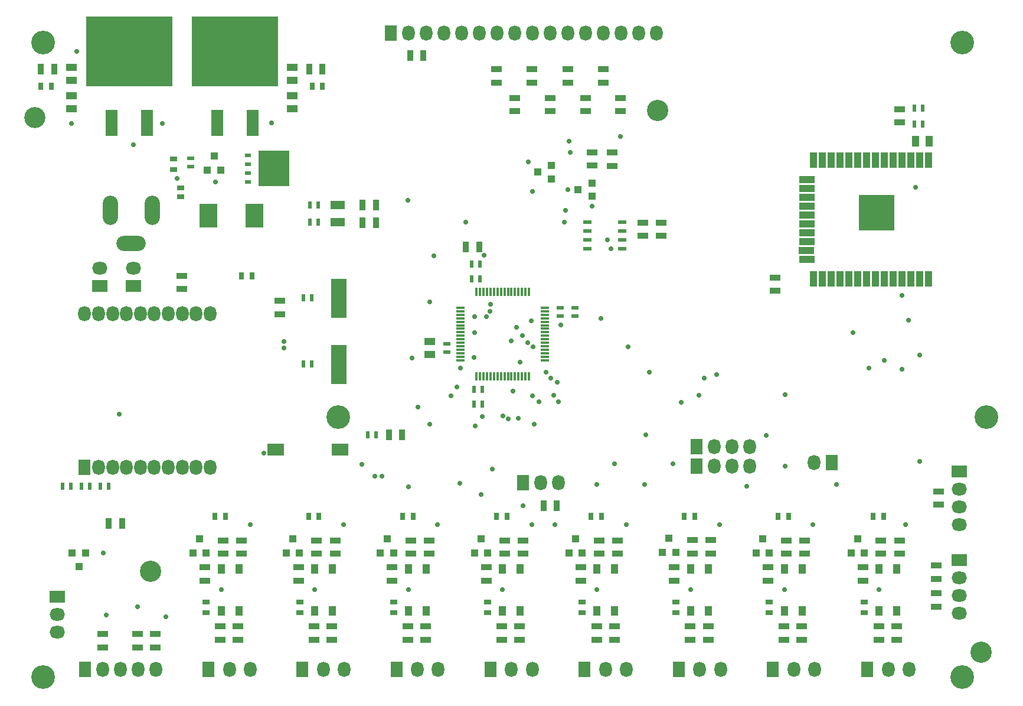
<source format=gts>
G04*
G04 #@! TF.GenerationSoftware,Altium Limited,CircuitStudio,1.5.2 (30)*
G04*
G04 Layer_Color=8388736*
%FSLAX25Y25*%
%MOIN*%
G70*
G01*
G75*
%ADD49R,0.05906X0.03543*%
%ADD50R,0.05906X0.04331*%
%ADD51R,0.48819X0.39173*%
%ADD52R,0.07087X0.14567*%
%ADD53R,0.03543X0.05906*%
%ADD54R,0.08661X0.22441*%
%ADD55R,0.03937X0.04331*%
%ADD56R,0.03150X0.04331*%
%ADD57R,0.02362X0.04331*%
%ADD58R,0.04331X0.05906*%
%ADD59R,0.04331X0.03150*%
%ADD60R,0.04331X0.02362*%
%ADD61R,0.03189X0.02402*%
%ADD62R,0.17598X0.20079*%
%ADD63R,0.10236X0.13780*%
%ADD64R,0.03937X0.02756*%
%ADD65R,0.09409X0.07087*%
%ADD66R,0.05118X0.02362*%
%ADD67R,0.08268X0.05118*%
%ADD68R,0.01575X0.05118*%
%ADD69R,0.05118X0.01575*%
%ADD70R,0.03937X0.05512*%
%ADD71R,0.04331X0.08661*%
%ADD72R,0.08661X0.04331*%
%ADD73R,0.20472X0.20472*%
%ADD74R,0.04331X0.03937*%
%ADD75C,0.11937*%
%ADD76C,0.12000*%
%ADD77R,0.07087X0.08661*%
%ADD78O,0.07087X0.08661*%
%ADD79R,0.08661X0.07087*%
%ADD80O,0.08661X0.07087*%
%ADD81O,0.16535X0.08661*%
%ADD82O,0.08661X0.16535*%
%ADD83C,0.02756*%
%ADD84C,0.13386*%
D49*
X303937Y344685D02*
D03*
Y337205D02*
D03*
X293701Y360827D02*
D03*
Y353346D02*
D03*
X273622Y360827D02*
D03*
Y353346D02*
D03*
X283858Y344685D02*
D03*
Y337205D02*
D03*
X313779Y360827D02*
D03*
Y353346D02*
D03*
X324016Y344685D02*
D03*
Y337205D02*
D03*
X333858Y360827D02*
D03*
Y353346D02*
D03*
X343701Y344685D02*
D03*
Y337205D02*
D03*
X96063Y236811D02*
D03*
Y244291D02*
D03*
X327559Y313976D02*
D03*
Y306496D02*
D03*
X338976Y313779D02*
D03*
Y306299D02*
D03*
X431102Y243307D02*
D03*
Y235827D02*
D03*
X501378Y330709D02*
D03*
Y338189D02*
D03*
X522047Y65158D02*
D03*
Y57677D02*
D03*
Y80709D02*
D03*
Y73228D02*
D03*
X480512Y72244D02*
D03*
Y79724D02*
D03*
X426968Y72244D02*
D03*
Y79724D02*
D03*
X374016Y72244D02*
D03*
Y79724D02*
D03*
X321260Y72244D02*
D03*
Y79724D02*
D03*
X267913Y72244D02*
D03*
Y79724D02*
D03*
X214764Y72244D02*
D03*
Y79724D02*
D03*
X161811Y72244D02*
D03*
Y79724D02*
D03*
X108858Y72244D02*
D03*
Y79724D02*
D03*
X489567Y46457D02*
D03*
Y38976D02*
D03*
X436024Y46457D02*
D03*
Y38976D02*
D03*
X383071Y46457D02*
D03*
Y38976D02*
D03*
X330118Y46457D02*
D03*
Y38976D02*
D03*
X276575Y46457D02*
D03*
Y38976D02*
D03*
X223622Y46457D02*
D03*
Y38976D02*
D03*
X170472Y46457D02*
D03*
Y38976D02*
D03*
X499606Y46457D02*
D03*
Y38976D02*
D03*
X446063Y46457D02*
D03*
Y38976D02*
D03*
X393110Y46457D02*
D03*
Y38976D02*
D03*
X340158Y46457D02*
D03*
Y38976D02*
D03*
X286614Y46457D02*
D03*
Y38976D02*
D03*
X233661Y46457D02*
D03*
Y38976D02*
D03*
X180512Y46457D02*
D03*
Y38976D02*
D03*
X127756Y46457D02*
D03*
Y38976D02*
D03*
X117717Y46457D02*
D03*
Y38976D02*
D03*
X366732Y266732D02*
D03*
Y274213D02*
D03*
X356299Y266732D02*
D03*
Y274213D02*
D03*
X81102Y34646D02*
D03*
Y42126D02*
D03*
X71063Y34646D02*
D03*
Y42126D02*
D03*
X51181Y34646D02*
D03*
Y42126D02*
D03*
X523228Y115157D02*
D03*
Y122638D02*
D03*
X172047Y94882D02*
D03*
Y87402D02*
D03*
X119291Y94882D02*
D03*
Y87402D02*
D03*
X182480Y94882D02*
D03*
Y87402D02*
D03*
X129724Y94882D02*
D03*
Y87402D02*
D03*
X278150Y94882D02*
D03*
Y87402D02*
D03*
X225197Y94882D02*
D03*
Y87402D02*
D03*
X288583Y94882D02*
D03*
Y87402D02*
D03*
X235630Y94882D02*
D03*
Y87402D02*
D03*
X384252Y95079D02*
D03*
Y87598D02*
D03*
X331496Y94882D02*
D03*
Y87402D02*
D03*
X394685Y95079D02*
D03*
Y87598D02*
D03*
X341929Y94882D02*
D03*
Y87402D02*
D03*
X490748Y94882D02*
D03*
Y87402D02*
D03*
X437205Y94882D02*
D03*
Y87402D02*
D03*
X501181Y94882D02*
D03*
Y87402D02*
D03*
X447638Y94882D02*
D03*
Y87402D02*
D03*
X151378Y230118D02*
D03*
Y222638D02*
D03*
D50*
X33465Y338386D02*
D03*
Y345866D02*
D03*
X158268Y338386D02*
D03*
Y345866D02*
D03*
Y362008D02*
D03*
Y354528D02*
D03*
X33465Y362008D02*
D03*
Y354528D02*
D03*
X235827Y199803D02*
D03*
Y207283D02*
D03*
D51*
X66142Y370866D02*
D03*
X125984D02*
D03*
D52*
X56142Y330413D02*
D03*
X76142D02*
D03*
X115984D02*
D03*
X135984D02*
D03*
D53*
X307677Y114567D02*
D03*
X300197D02*
D03*
X205512Y284252D02*
D03*
X198031D02*
D03*
X205512Y274213D02*
D03*
X198031D02*
D03*
X256299Y260630D02*
D03*
X263779D02*
D03*
X220276Y154527D02*
D03*
X212795D02*
D03*
X232283Y368504D02*
D03*
X224803D02*
D03*
X175394Y361024D02*
D03*
X167913D02*
D03*
X16339D02*
D03*
X23819D02*
D03*
X62205Y104528D02*
D03*
X54724D02*
D03*
D54*
X184646Y231496D02*
D03*
Y194095D02*
D03*
D55*
X37795Y80118D02*
D03*
X34055Y87992D02*
D03*
X41535D02*
D03*
X114173Y311811D02*
D03*
X117913Y303937D02*
D03*
X110433D02*
D03*
X158661Y95866D02*
D03*
X162402Y87992D02*
D03*
X154921D02*
D03*
X105905Y95866D02*
D03*
X109646Y87992D02*
D03*
X102165D02*
D03*
X264961Y95866D02*
D03*
X268701Y87992D02*
D03*
X261221D02*
D03*
X211811Y95866D02*
D03*
X215551Y87992D02*
D03*
X208071D02*
D03*
X371063Y96063D02*
D03*
X374803Y88189D02*
D03*
X367323D02*
D03*
X318307Y95866D02*
D03*
X322047Y87992D02*
D03*
X314567D02*
D03*
X477559Y95866D02*
D03*
X481299Y87992D02*
D03*
X473819D02*
D03*
X424016Y95866D02*
D03*
X427756Y87992D02*
D03*
X420276D02*
D03*
D56*
X385630Y108661D02*
D03*
X379724D02*
D03*
X175394Y351181D02*
D03*
X169488D02*
D03*
X16339D02*
D03*
X22244D02*
D03*
X173425Y108661D02*
D03*
X167520D02*
D03*
X120669D02*
D03*
X114764D02*
D03*
X279528D02*
D03*
X273622D02*
D03*
X226575Y108465D02*
D03*
X220669D02*
D03*
X332874Y108661D02*
D03*
X326969D02*
D03*
X492126D02*
D03*
X486221D02*
D03*
X438583D02*
D03*
X432677D02*
D03*
X135630Y244291D02*
D03*
X129724D02*
D03*
D57*
X514173Y338779D02*
D03*
X509449D02*
D03*
X514173Y329921D02*
D03*
X509449D02*
D03*
X168307Y284252D02*
D03*
X173031D02*
D03*
X168307Y274409D02*
D03*
X173031D02*
D03*
X205512Y154528D02*
D03*
X200787D02*
D03*
X164567Y231890D02*
D03*
X169291D02*
D03*
X164567Y194488D02*
D03*
X169291D02*
D03*
X264370Y250984D02*
D03*
X259646D02*
D03*
X264370Y242520D02*
D03*
X259646D02*
D03*
X260827Y180118D02*
D03*
X265551D02*
D03*
X260827Y171850D02*
D03*
X265551D02*
D03*
X50000Y125591D02*
D03*
X54724D02*
D03*
X44094D02*
D03*
X39370D02*
D03*
X28543D02*
D03*
X33268D02*
D03*
D58*
X510433Y320276D02*
D03*
X517913D02*
D03*
D59*
X481299Y60039D02*
D03*
Y54134D02*
D03*
X427756Y60039D02*
D03*
Y54134D02*
D03*
X374803Y60039D02*
D03*
Y54134D02*
D03*
X322047Y60039D02*
D03*
Y54134D02*
D03*
X268701Y60039D02*
D03*
Y54134D02*
D03*
X215551Y60039D02*
D03*
Y54134D02*
D03*
X162598Y60039D02*
D03*
Y54134D02*
D03*
X109646Y60039D02*
D03*
Y54134D02*
D03*
X91339Y310039D02*
D03*
Y304134D02*
D03*
D60*
X245472Y205906D02*
D03*
Y201181D02*
D03*
X317913Y221457D02*
D03*
Y226181D02*
D03*
X309449Y221457D02*
D03*
Y226181D02*
D03*
X100787Y310630D02*
D03*
Y305906D02*
D03*
D61*
X133248Y302224D02*
D03*
Y307224D02*
D03*
Y312224D02*
D03*
Y297224D02*
D03*
D62*
X147854Y304744D02*
D03*
D63*
X137008Y278346D02*
D03*
X111024D02*
D03*
D64*
X95276Y293799D02*
D03*
Y288878D02*
D03*
D65*
X185216Y146260D02*
D03*
X149035D02*
D03*
D66*
X344488Y259429D02*
D03*
Y264429D02*
D03*
Y269429D02*
D03*
Y274429D02*
D03*
X324803Y259429D02*
D03*
Y264429D02*
D03*
Y269429D02*
D03*
Y274429D02*
D03*
D67*
X183858Y274409D02*
D03*
Y284252D02*
D03*
D68*
X262402Y235236D02*
D03*
X264370D02*
D03*
X266339D02*
D03*
X268307D02*
D03*
X270276D02*
D03*
X272244D02*
D03*
X274213D02*
D03*
X276181D02*
D03*
X278150D02*
D03*
X280118D02*
D03*
X282087D02*
D03*
X284055D02*
D03*
X286024D02*
D03*
X287992D02*
D03*
X289961D02*
D03*
X291929D02*
D03*
Y187598D02*
D03*
X289961D02*
D03*
X287992D02*
D03*
X286024D02*
D03*
X284055D02*
D03*
X282087D02*
D03*
X280118D02*
D03*
X278150D02*
D03*
X276181D02*
D03*
X274213D02*
D03*
X272244D02*
D03*
X270276D02*
D03*
X268307D02*
D03*
X266339D02*
D03*
X264370D02*
D03*
X262402D02*
D03*
D69*
X300984Y226181D02*
D03*
Y224213D02*
D03*
Y222244D02*
D03*
Y220276D02*
D03*
Y218307D02*
D03*
Y216338D02*
D03*
Y214370D02*
D03*
Y212402D02*
D03*
Y210433D02*
D03*
Y208465D02*
D03*
Y206496D02*
D03*
Y204527D02*
D03*
Y202559D02*
D03*
Y200591D02*
D03*
Y198622D02*
D03*
Y196653D02*
D03*
X253346D02*
D03*
Y198622D02*
D03*
Y200591D02*
D03*
Y202559D02*
D03*
Y204527D02*
D03*
Y206496D02*
D03*
Y208465D02*
D03*
Y210433D02*
D03*
Y212402D02*
D03*
Y214370D02*
D03*
Y216338D02*
D03*
Y218307D02*
D03*
Y220276D02*
D03*
Y222244D02*
D03*
Y224213D02*
D03*
Y226181D02*
D03*
D70*
X118228Y55118D02*
D03*
X128228D02*
D03*
X118228Y78740D02*
D03*
X128228D02*
D03*
X180984D02*
D03*
X170984D02*
D03*
X180984Y55118D02*
D03*
X170984D02*
D03*
X223937D02*
D03*
X233937D02*
D03*
X223937Y78740D02*
D03*
X233937D02*
D03*
X287087D02*
D03*
X277087D02*
D03*
X287087Y55118D02*
D03*
X277087D02*
D03*
X330433D02*
D03*
X340433D02*
D03*
X330433Y78740D02*
D03*
X340433D02*
D03*
X393189D02*
D03*
X383189D02*
D03*
X393189Y55118D02*
D03*
X383189D02*
D03*
X436142D02*
D03*
X446142D02*
D03*
X436142Y78740D02*
D03*
X446142D02*
D03*
X499685D02*
D03*
X489685D02*
D03*
X499685Y55118D02*
D03*
X489685D02*
D03*
D71*
X517717Y309449D02*
D03*
X512716D02*
D03*
X507717D02*
D03*
X502716D02*
D03*
X497717D02*
D03*
X492717D02*
D03*
X487716D02*
D03*
X482717D02*
D03*
X477716D02*
D03*
X472717D02*
D03*
X467717D02*
D03*
X462716D02*
D03*
X457717D02*
D03*
X452716D02*
D03*
X517717Y242520D02*
D03*
X512716D02*
D03*
X507717D02*
D03*
X502716D02*
D03*
X497717D02*
D03*
X492717D02*
D03*
X487716D02*
D03*
X482717D02*
D03*
X477716D02*
D03*
X472717D02*
D03*
X467717D02*
D03*
X462716D02*
D03*
X457717D02*
D03*
X452716D02*
D03*
D72*
X448779Y298484D02*
D03*
Y293484D02*
D03*
Y288484D02*
D03*
Y283484D02*
D03*
Y278484D02*
D03*
Y273484D02*
D03*
Y253484D02*
D03*
X448740Y258484D02*
D03*
X448779Y263484D02*
D03*
Y268484D02*
D03*
D73*
X488189Y279921D02*
D03*
D74*
X327559Y289173D02*
D03*
Y296654D02*
D03*
X319685Y292913D02*
D03*
X304724Y299016D02*
D03*
Y306496D02*
D03*
X296850Y302756D02*
D03*
D75*
X12992Y333465D02*
D03*
D76*
X547244Y31890D02*
D03*
X78347Y77559D02*
D03*
X364567Y337402D02*
D03*
D77*
X213779Y381102D02*
D03*
X386614Y147953D02*
D03*
Y137008D02*
D03*
X288583Y127559D02*
D03*
X462795Y138779D02*
D03*
X111024Y22047D02*
D03*
X163976D02*
D03*
X270276D02*
D03*
X217126D02*
D03*
X376575D02*
D03*
X323425D02*
D03*
X483071D02*
D03*
X429724D02*
D03*
X41142Y22047D02*
D03*
X41063Y136163D02*
D03*
D78*
X223780Y381102D02*
D03*
X233780D02*
D03*
X243779D02*
D03*
X253780D02*
D03*
X263779D02*
D03*
X273780D02*
D03*
X283780D02*
D03*
X293779D02*
D03*
X303780D02*
D03*
X313779D02*
D03*
X323780D02*
D03*
X333780D02*
D03*
X343779D02*
D03*
X353780D02*
D03*
X363779D02*
D03*
X416614Y147953D02*
D03*
X406614D02*
D03*
X396614D02*
D03*
X416614Y137008D02*
D03*
X406614D02*
D03*
X396614D02*
D03*
X298583Y127559D02*
D03*
X308583D02*
D03*
X452795Y138779D02*
D03*
X134646Y22047D02*
D03*
X122835D02*
D03*
X187598D02*
D03*
X175787D02*
D03*
X293898D02*
D03*
X282087D02*
D03*
X240748D02*
D03*
X228937D02*
D03*
X400197D02*
D03*
X388386D02*
D03*
X347047D02*
D03*
X335236D02*
D03*
X506693D02*
D03*
X494882D02*
D03*
X453346D02*
D03*
X441535D02*
D03*
X51142Y22047D02*
D03*
X61142D02*
D03*
X71142D02*
D03*
X81142D02*
D03*
X48937Y136163D02*
D03*
X56811D02*
D03*
X64685D02*
D03*
X72559D02*
D03*
X80433D02*
D03*
X88307D02*
D03*
X96181D02*
D03*
X104055D02*
D03*
X111929D02*
D03*
X41063Y222778D02*
D03*
X48937D02*
D03*
X56811D02*
D03*
X64685D02*
D03*
X72559D02*
D03*
X80433D02*
D03*
X88307D02*
D03*
X96181D02*
D03*
X104055D02*
D03*
X111929D02*
D03*
D79*
X25591Y63189D02*
D03*
X535039Y133937D02*
D03*
Y83937D02*
D03*
X49606Y238583D02*
D03*
X68504D02*
D03*
D80*
X25591Y53189D02*
D03*
Y43189D02*
D03*
X535039Y103937D02*
D03*
Y113937D02*
D03*
Y123937D02*
D03*
Y53937D02*
D03*
Y63937D02*
D03*
Y73937D02*
D03*
X49606Y248583D02*
D03*
X68504D02*
D03*
D81*
X67323Y262598D02*
D03*
D82*
X55512Y281102D02*
D03*
X79134D02*
D03*
D83*
X343701Y322835D02*
D03*
X291732Y308661D02*
D03*
X277165Y165354D02*
D03*
X68504Y318110D02*
D03*
X33465Y330315D02*
D03*
X36614Y370866D02*
D03*
X85039Y330315D02*
D03*
X146457Y330413D02*
D03*
X93307Y299213D02*
D03*
X114961Y297224D02*
D03*
X223622Y287008D02*
D03*
X288583Y114567D02*
D03*
X306693Y103937D02*
D03*
X271260Y135039D02*
D03*
X373228Y138189D02*
D03*
X340158D02*
D03*
X425984Y154331D02*
D03*
X436614Y137008D02*
D03*
Y177165D02*
D03*
X377953Y172835D02*
D03*
X387795Y176772D02*
D03*
X390945Y186614D02*
D03*
X398031Y188583D02*
D03*
X359842Y189764D02*
D03*
X308661Y173228D02*
D03*
X305906Y176772D02*
D03*
X307874Y184252D02*
D03*
X304331Y186614D02*
D03*
X332677Y220079D02*
D03*
X238189Y255512D02*
D03*
X283071Y179331D02*
D03*
X301575Y189764D02*
D03*
X297441Y173228D02*
D03*
X294094Y176378D02*
D03*
X280118Y163386D02*
D03*
X265551Y164764D02*
D03*
X51575Y87992D02*
D03*
X358071Y154528D02*
D03*
X314764Y320276D02*
D03*
X315354Y313976D02*
D03*
X348031Y204134D02*
D03*
X294291D02*
D03*
X225984Y198031D02*
D03*
X266732Y255709D02*
D03*
X235827Y229528D02*
D03*
X286024Y163976D02*
D03*
X294783Y160531D02*
D03*
X86811Y51968D02*
D03*
X197638Y137795D02*
D03*
X235827Y160433D02*
D03*
X60630Y166339D02*
D03*
X153543Y203543D02*
D03*
X261221Y212205D02*
D03*
X53347Y52953D02*
D03*
X71063Y57480D02*
D03*
X285039Y215158D02*
D03*
X256299Y274606D02*
D03*
X311811D02*
D03*
X248031Y176378D02*
D03*
X187402Y103937D02*
D03*
X240354D02*
D03*
X293504D02*
D03*
X346850D02*
D03*
X399606D02*
D03*
X452165D02*
D03*
X134449D02*
D03*
X512598Y199409D02*
D03*
X510433Y294291D02*
D03*
X512598Y139567D02*
D03*
X504528Y103937D02*
D03*
X484055Y192323D02*
D03*
X502756Y233071D02*
D03*
X260827Y198228D02*
D03*
X253346Y192323D02*
D03*
X338386Y259449D02*
D03*
X336417Y264370D02*
D03*
X270276Y228346D02*
D03*
X269882Y224213D02*
D03*
X204921Y131102D02*
D03*
X209055D02*
D03*
X357283Y126378D02*
D03*
X415059Y125689D02*
D03*
X465551Y126575D02*
D03*
X118228Y67047D02*
D03*
X170984D02*
D03*
X223937D02*
D03*
X277087D02*
D03*
X330433D02*
D03*
X383189D02*
D03*
X436142D02*
D03*
X489685D02*
D03*
X330433Y126496D02*
D03*
X252953Y127362D02*
D03*
X223937Y125315D02*
D03*
X264961Y120866D02*
D03*
X261614Y159646D02*
D03*
X502756Y191535D02*
D03*
X229134Y170079D02*
D03*
X475000Y212205D02*
D03*
X281890Y207677D02*
D03*
X288386Y210433D02*
D03*
X153543Y207087D02*
D03*
X293110Y218898D02*
D03*
X267913Y221260D02*
D03*
X261417D02*
D03*
X310039Y216535D02*
D03*
X291142Y206693D02*
D03*
X142126Y144095D02*
D03*
X286811Y195472D02*
D03*
X492717Y196653D02*
D03*
X251378Y181693D02*
D03*
X506299Y219094D02*
D03*
X313779Y292913D02*
D03*
X294094Y291732D02*
D03*
X312598Y281102D02*
D03*
X327559Y283465D02*
D03*
X119685Y377165D02*
D03*
X122835D02*
D03*
X119685Y374016D02*
D03*
X125984Y377165D02*
D03*
X129134D02*
D03*
X132284D02*
D03*
X119685Y370866D02*
D03*
X122835D02*
D03*
X125984Y374016D02*
D03*
X122835D02*
D03*
X129134D02*
D03*
Y370866D02*
D03*
X132284D02*
D03*
X125984D02*
D03*
X132284Y374016D02*
D03*
X119685Y367717D02*
D03*
X132284D02*
D03*
X122835D02*
D03*
X125984D02*
D03*
X129134D02*
D03*
X119685Y364567D02*
D03*
X122835D02*
D03*
X125984D02*
D03*
X129134D02*
D03*
X132284D02*
D03*
X59843Y377165D02*
D03*
X62992D02*
D03*
X59843Y374016D02*
D03*
X66142Y377165D02*
D03*
X69291D02*
D03*
X72441D02*
D03*
X59843Y370866D02*
D03*
X62992D02*
D03*
X66142Y374016D02*
D03*
X62992D02*
D03*
X69291D02*
D03*
Y370866D02*
D03*
X72441D02*
D03*
X66142D02*
D03*
X72441Y374016D02*
D03*
X59843Y367717D02*
D03*
X72441D02*
D03*
X62992D02*
D03*
X66142D02*
D03*
X69291D02*
D03*
X59843Y364567D02*
D03*
X62992D02*
D03*
X66142D02*
D03*
X69291D02*
D03*
X72441D02*
D03*
X56693D02*
D03*
Y367717D02*
D03*
Y370866D02*
D03*
Y374016D02*
D03*
Y377165D02*
D03*
X75590Y364567D02*
D03*
Y367717D02*
D03*
Y370866D02*
D03*
Y374016D02*
D03*
Y377165D02*
D03*
X116535Y364567D02*
D03*
Y367717D02*
D03*
Y370866D02*
D03*
Y374016D02*
D03*
Y377165D02*
D03*
X135433Y364567D02*
D03*
Y367717D02*
D03*
Y370866D02*
D03*
Y374016D02*
D03*
Y377165D02*
D03*
D84*
X17717Y375984D02*
D03*
X184252Y164567D02*
D03*
X550394D02*
D03*
X536614Y375984D02*
D03*
Y17717D02*
D03*
X17717D02*
D03*
M02*

</source>
